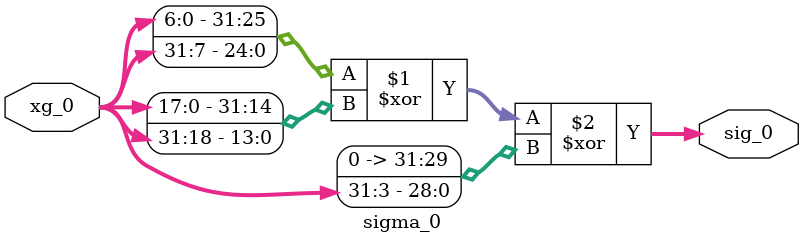
<source format=v>
`default_nettype none
module sigma_0(
				xg_0,
				sig_0				
				);

input	[31:0] 	xg_0;
output	[31:0]	sig_0;

assign sig_0 = ( { xg_0[6:0] , xg_0[31:7] } ^ { xg_0[17:0] , xg_0[31:18] } ^ { 3'b0 , xg_0[31:3] } ) ;


endmodule

</source>
